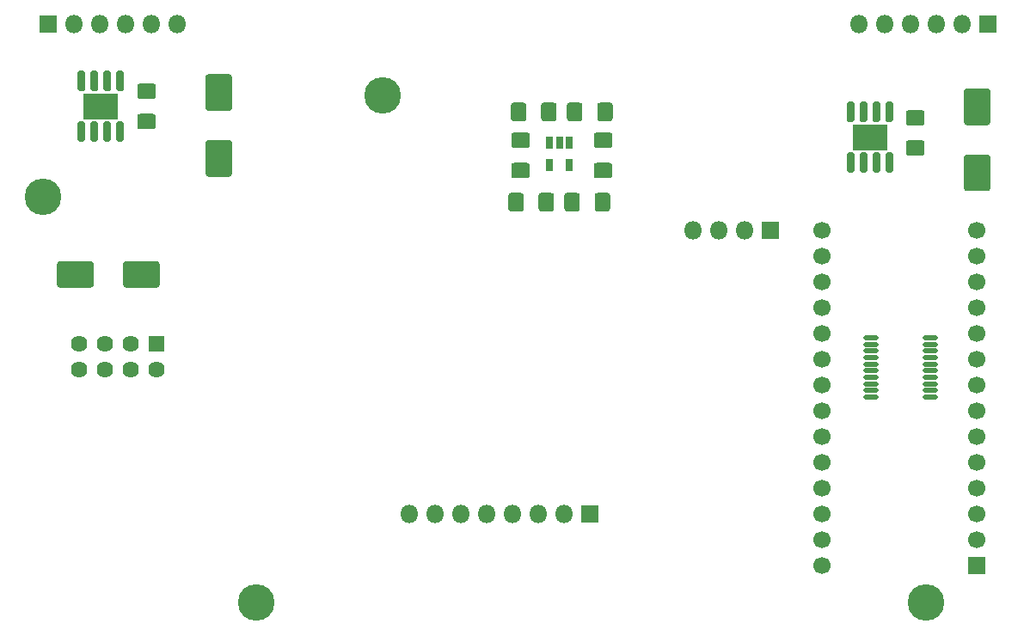
<source format=gbr>
%TF.GenerationSoftware,KiCad,Pcbnew,(5.1.6)-1*%
%TF.CreationDate,2021-03-05T09:23:02-07:00*%
%TF.ProjectId,Main Control Board,4d61696e-2043-46f6-9e74-726f6c20426f,rev?*%
%TF.SameCoordinates,Original*%
%TF.FileFunction,Soldermask,Top*%
%TF.FilePolarity,Negative*%
%FSLAX46Y46*%
G04 Gerber Fmt 4.6, Leading zero omitted, Abs format (unit mm)*
G04 Created by KiCad (PCBNEW (5.1.6)-1) date 2021-03-05 09:23:02*
%MOMM*%
%LPD*%
G01*
G04 APERTURE LIST*
%ADD10C,3.600000*%
%ADD11R,3.400000X2.510000*%
%ADD12C,1.624000*%
%ADD13R,1.624000X1.624000*%
%ADD14C,1.700000*%
%ADD15R,1.700000X1.700000*%
%ADD16R,0.750000X1.160000*%
%ADD17O,1.500000X0.549999*%
%ADD18O,1.800000X1.800000*%
%ADD19R,1.800000X1.800000*%
G04 APERTURE END LIST*
D10*
%TO.C,REF\u002A\u002A*%
X210032395Y-71804395D03*
%TD*%
%TO.C,REF\u002A\u002A*%
X263532395Y-121804395D03*
%TD*%
%TO.C,REF\u002A\u002A*%
X197532395Y-121804395D03*
%TD*%
%TO.C,REF\u002A\u002A*%
X176532395Y-81804395D03*
%TD*%
D11*
%TO.C,U3*%
X182245000Y-72904395D03*
G36*
G01*
X180515000Y-71454395D02*
X180165000Y-71454395D01*
G75*
G02*
X179990000Y-71279395I0J175000D01*
G01*
X179990000Y-69579395D01*
G75*
G02*
X180165000Y-69404395I175000J0D01*
G01*
X180515000Y-69404395D01*
G75*
G02*
X180690000Y-69579395I0J-175000D01*
G01*
X180690000Y-71279395D01*
G75*
G02*
X180515000Y-71454395I-175000J0D01*
G01*
G37*
G36*
G01*
X181785000Y-71454395D02*
X181435000Y-71454395D01*
G75*
G02*
X181260000Y-71279395I0J175000D01*
G01*
X181260000Y-69579395D01*
G75*
G02*
X181435000Y-69404395I175000J0D01*
G01*
X181785000Y-69404395D01*
G75*
G02*
X181960000Y-69579395I0J-175000D01*
G01*
X181960000Y-71279395D01*
G75*
G02*
X181785000Y-71454395I-175000J0D01*
G01*
G37*
G36*
G01*
X183055000Y-71454395D02*
X182705000Y-71454395D01*
G75*
G02*
X182530000Y-71279395I0J175000D01*
G01*
X182530000Y-69579395D01*
G75*
G02*
X182705000Y-69404395I175000J0D01*
G01*
X183055000Y-69404395D01*
G75*
G02*
X183230000Y-69579395I0J-175000D01*
G01*
X183230000Y-71279395D01*
G75*
G02*
X183055000Y-71454395I-175000J0D01*
G01*
G37*
G36*
G01*
X184325000Y-71454395D02*
X183975000Y-71454395D01*
G75*
G02*
X183800000Y-71279395I0J175000D01*
G01*
X183800000Y-69579395D01*
G75*
G02*
X183975000Y-69404395I175000J0D01*
G01*
X184325000Y-69404395D01*
G75*
G02*
X184500000Y-69579395I0J-175000D01*
G01*
X184500000Y-71279395D01*
G75*
G02*
X184325000Y-71454395I-175000J0D01*
G01*
G37*
G36*
G01*
X184325000Y-76404395D02*
X183975000Y-76404395D01*
G75*
G02*
X183800000Y-76229395I0J175000D01*
G01*
X183800000Y-74529395D01*
G75*
G02*
X183975000Y-74354395I175000J0D01*
G01*
X184325000Y-74354395D01*
G75*
G02*
X184500000Y-74529395I0J-175000D01*
G01*
X184500000Y-76229395D01*
G75*
G02*
X184325000Y-76404395I-175000J0D01*
G01*
G37*
G36*
G01*
X183055000Y-76404395D02*
X182705000Y-76404395D01*
G75*
G02*
X182530000Y-76229395I0J175000D01*
G01*
X182530000Y-74529395D01*
G75*
G02*
X182705000Y-74354395I175000J0D01*
G01*
X183055000Y-74354395D01*
G75*
G02*
X183230000Y-74529395I0J-175000D01*
G01*
X183230000Y-76229395D01*
G75*
G02*
X183055000Y-76404395I-175000J0D01*
G01*
G37*
G36*
G01*
X181785000Y-76404395D02*
X181435000Y-76404395D01*
G75*
G02*
X181260000Y-76229395I0J175000D01*
G01*
X181260000Y-74529395D01*
G75*
G02*
X181435000Y-74354395I175000J0D01*
G01*
X181785000Y-74354395D01*
G75*
G02*
X181960000Y-74529395I0J-175000D01*
G01*
X181960000Y-76229395D01*
G75*
G02*
X181785000Y-76404395I-175000J0D01*
G01*
G37*
G36*
G01*
X180515000Y-76404395D02*
X180165000Y-76404395D01*
G75*
G02*
X179990000Y-76229395I0J175000D01*
G01*
X179990000Y-74529395D01*
G75*
G02*
X180165000Y-74354395I175000J0D01*
G01*
X180515000Y-74354395D01*
G75*
G02*
X180690000Y-74529395I0J-175000D01*
G01*
X180690000Y-76229395D01*
G75*
G02*
X180515000Y-76404395I-175000J0D01*
G01*
G37*
%TD*%
D12*
%TO.C,U5*%
X180160395Y-98880395D03*
X180160395Y-96340395D03*
X182700395Y-98880395D03*
X182700395Y-96340395D03*
X185240395Y-98880395D03*
X185240395Y-96340395D03*
X187780395Y-98880395D03*
D13*
X187780395Y-96340395D03*
%TD*%
D14*
%TO.C,U1*%
X253312395Y-85164395D03*
X268552395Y-85164395D03*
X253312395Y-87704395D03*
X253312395Y-90244395D03*
X253312395Y-92784395D03*
X253312395Y-95324395D03*
X253312395Y-97864395D03*
X253312395Y-100404395D03*
X253312395Y-102944395D03*
X253312395Y-105484395D03*
X253312395Y-108024395D03*
X253312395Y-110564395D03*
X253312395Y-113104395D03*
X253312395Y-115644395D03*
X253312395Y-118184395D03*
X268552395Y-87704395D03*
X268552395Y-90244395D03*
X268552395Y-92784395D03*
X268552395Y-95324395D03*
X268552395Y-97864395D03*
X268552395Y-100404395D03*
X268552395Y-102944395D03*
X268552395Y-105484395D03*
X268552395Y-108024395D03*
X268552395Y-110564395D03*
X268552395Y-113104395D03*
X268552395Y-115644395D03*
D15*
X268552395Y-118184395D03*
%TD*%
%TO.C,C5*%
G36*
G01*
X181556395Y-88442395D02*
X181556395Y-90522395D01*
G75*
G02*
X181296395Y-90782395I-260000J0D01*
G01*
X178216395Y-90782395D01*
G75*
G02*
X177956395Y-90522395I0J260000D01*
G01*
X177956395Y-88442395D01*
G75*
G02*
X178216395Y-88182395I260000J0D01*
G01*
X181296395Y-88182395D01*
G75*
G02*
X181556395Y-88442395I0J-260000D01*
G01*
G37*
G36*
G01*
X188056395Y-88442395D02*
X188056395Y-90522395D01*
G75*
G02*
X187796395Y-90782395I-260000J0D01*
G01*
X184716395Y-90782395D01*
G75*
G02*
X184456395Y-90522395I0J260000D01*
G01*
X184456395Y-88442395D01*
G75*
G02*
X184716395Y-88182395I260000J0D01*
G01*
X187796395Y-88182395D01*
G75*
G02*
X188056395Y-88442395I0J-260000D01*
G01*
G37*
%TD*%
D16*
%TO.C,U6*%
X228367095Y-78664895D03*
X226467095Y-78664895D03*
X226467095Y-76464895D03*
X227417095Y-76464895D03*
X228367095Y-76464895D03*
%TD*%
D17*
%TO.C,U4*%
X258080394Y-101562396D03*
X258080394Y-100912395D03*
X258080394Y-100262396D03*
X258080394Y-99612395D03*
X258080394Y-98962396D03*
X258080394Y-98312395D03*
X258080394Y-97662396D03*
X258080394Y-97012395D03*
X258080394Y-96362396D03*
X258080394Y-95712395D03*
X263980395Y-95712395D03*
X263980395Y-96362396D03*
X263980395Y-97012395D03*
X263980395Y-97662396D03*
X263980395Y-98312395D03*
X263980395Y-98962396D03*
X263980395Y-99612395D03*
X263980395Y-100262396D03*
X263980395Y-100912395D03*
X263980395Y-101562396D03*
%TD*%
D11*
%TO.C,U2*%
X258011395Y-75955395D03*
G36*
G01*
X256281395Y-74505395D02*
X255931395Y-74505395D01*
G75*
G02*
X255756395Y-74330395I0J175000D01*
G01*
X255756395Y-72630395D01*
G75*
G02*
X255931395Y-72455395I175000J0D01*
G01*
X256281395Y-72455395D01*
G75*
G02*
X256456395Y-72630395I0J-175000D01*
G01*
X256456395Y-74330395D01*
G75*
G02*
X256281395Y-74505395I-175000J0D01*
G01*
G37*
G36*
G01*
X257551395Y-74505395D02*
X257201395Y-74505395D01*
G75*
G02*
X257026395Y-74330395I0J175000D01*
G01*
X257026395Y-72630395D01*
G75*
G02*
X257201395Y-72455395I175000J0D01*
G01*
X257551395Y-72455395D01*
G75*
G02*
X257726395Y-72630395I0J-175000D01*
G01*
X257726395Y-74330395D01*
G75*
G02*
X257551395Y-74505395I-175000J0D01*
G01*
G37*
G36*
G01*
X258821395Y-74505395D02*
X258471395Y-74505395D01*
G75*
G02*
X258296395Y-74330395I0J175000D01*
G01*
X258296395Y-72630395D01*
G75*
G02*
X258471395Y-72455395I175000J0D01*
G01*
X258821395Y-72455395D01*
G75*
G02*
X258996395Y-72630395I0J-175000D01*
G01*
X258996395Y-74330395D01*
G75*
G02*
X258821395Y-74505395I-175000J0D01*
G01*
G37*
G36*
G01*
X260091395Y-74505395D02*
X259741395Y-74505395D01*
G75*
G02*
X259566395Y-74330395I0J175000D01*
G01*
X259566395Y-72630395D01*
G75*
G02*
X259741395Y-72455395I175000J0D01*
G01*
X260091395Y-72455395D01*
G75*
G02*
X260266395Y-72630395I0J-175000D01*
G01*
X260266395Y-74330395D01*
G75*
G02*
X260091395Y-74505395I-175000J0D01*
G01*
G37*
G36*
G01*
X260091395Y-79455395D02*
X259741395Y-79455395D01*
G75*
G02*
X259566395Y-79280395I0J175000D01*
G01*
X259566395Y-77580395D01*
G75*
G02*
X259741395Y-77405395I175000J0D01*
G01*
X260091395Y-77405395D01*
G75*
G02*
X260266395Y-77580395I0J-175000D01*
G01*
X260266395Y-79280395D01*
G75*
G02*
X260091395Y-79455395I-175000J0D01*
G01*
G37*
G36*
G01*
X258821395Y-79455395D02*
X258471395Y-79455395D01*
G75*
G02*
X258296395Y-79280395I0J175000D01*
G01*
X258296395Y-77580395D01*
G75*
G02*
X258471395Y-77405395I175000J0D01*
G01*
X258821395Y-77405395D01*
G75*
G02*
X258996395Y-77580395I0J-175000D01*
G01*
X258996395Y-79280395D01*
G75*
G02*
X258821395Y-79455395I-175000J0D01*
G01*
G37*
G36*
G01*
X257551395Y-79455395D02*
X257201395Y-79455395D01*
G75*
G02*
X257026395Y-79280395I0J175000D01*
G01*
X257026395Y-77580395D01*
G75*
G02*
X257201395Y-77405395I175000J0D01*
G01*
X257551395Y-77405395D01*
G75*
G02*
X257726395Y-77580395I0J-175000D01*
G01*
X257726395Y-79280395D01*
G75*
G02*
X257551395Y-79455395I-175000J0D01*
G01*
G37*
G36*
G01*
X256281395Y-79455395D02*
X255931395Y-79455395D01*
G75*
G02*
X255756395Y-79280395I0J175000D01*
G01*
X255756395Y-77580395D01*
G75*
G02*
X255931395Y-77405395I175000J0D01*
G01*
X256281395Y-77405395D01*
G75*
G02*
X256456395Y-77580395I0J-175000D01*
G01*
X256456395Y-79280395D01*
G75*
G02*
X256281395Y-79455395I-175000J0D01*
G01*
G37*
%TD*%
%TO.C,R2*%
G36*
G01*
X229436895Y-81712939D02*
X229436895Y-83027851D01*
G75*
G02*
X229169351Y-83295395I-267544J0D01*
G01*
X228179439Y-83295395D01*
G75*
G02*
X227911895Y-83027851I0J267544D01*
G01*
X227911895Y-81712939D01*
G75*
G02*
X228179439Y-81445395I267544J0D01*
G01*
X229169351Y-81445395D01*
G75*
G02*
X229436895Y-81712939I0J-267544D01*
G01*
G37*
G36*
G01*
X232411895Y-81712939D02*
X232411895Y-83027851D01*
G75*
G02*
X232144351Y-83295395I-267544J0D01*
G01*
X231154439Y-83295395D01*
G75*
G02*
X230886895Y-83027851I0J267544D01*
G01*
X230886895Y-81712939D01*
G75*
G02*
X231154439Y-81445395I267544J0D01*
G01*
X232144351Y-81445395D01*
G75*
G02*
X232411895Y-81712939I0J-267544D01*
G01*
G37*
%TD*%
%TO.C,R1*%
G36*
G01*
X225625895Y-74137851D02*
X225625895Y-72822939D01*
G75*
G02*
X225893439Y-72555395I267544J0D01*
G01*
X226883351Y-72555395D01*
G75*
G02*
X227150895Y-72822939I0J-267544D01*
G01*
X227150895Y-74137851D01*
G75*
G02*
X226883351Y-74405395I-267544J0D01*
G01*
X225893439Y-74405395D01*
G75*
G02*
X225625895Y-74137851I0J267544D01*
G01*
G37*
G36*
G01*
X222650895Y-74137851D02*
X222650895Y-72822939D01*
G75*
G02*
X222918439Y-72555395I267544J0D01*
G01*
X223908351Y-72555395D01*
G75*
G02*
X224175895Y-72822939I0J-267544D01*
G01*
X224175895Y-74137851D01*
G75*
G02*
X223908351Y-74405395I-267544J0D01*
G01*
X222918439Y-74405395D01*
G75*
G02*
X222650895Y-74137851I0J267544D01*
G01*
G37*
%TD*%
D18*
%TO.C,J5*%
X240612395Y-85164395D03*
X243152395Y-85164395D03*
X245692395Y-85164395D03*
D19*
X248232395Y-85164395D03*
%TD*%
D18*
%TO.C,J3*%
X189732395Y-64804395D03*
X187192395Y-64804395D03*
X184652395Y-64804395D03*
X182112395Y-64804395D03*
X179572395Y-64804395D03*
D19*
X177032395Y-64804395D03*
%TD*%
D18*
%TO.C,J2*%
X212672395Y-113104395D03*
X215212395Y-113104395D03*
X217752395Y-113104395D03*
X220292395Y-113104395D03*
X222832395Y-113104395D03*
X225372395Y-113104395D03*
X227912395Y-113104395D03*
D19*
X230452395Y-113104395D03*
%TD*%
D18*
%TO.C,J1*%
X256872395Y-64804395D03*
X259412395Y-64804395D03*
X261952395Y-64804395D03*
X264492395Y-64804395D03*
X267032395Y-64804395D03*
D19*
X269572395Y-64804395D03*
%TD*%
%TO.C,D2*%
G36*
G01*
X225371895Y-83027851D02*
X225371895Y-81712939D01*
G75*
G02*
X225639439Y-81445395I267544J0D01*
G01*
X226629351Y-81445395D01*
G75*
G02*
X226896895Y-81712939I0J-267544D01*
G01*
X226896895Y-83027851D01*
G75*
G02*
X226629351Y-83295395I-267544J0D01*
G01*
X225639439Y-83295395D01*
G75*
G02*
X225371895Y-83027851I0J267544D01*
G01*
G37*
G36*
G01*
X222396895Y-83027851D02*
X222396895Y-81712939D01*
G75*
G02*
X222664439Y-81445395I267544J0D01*
G01*
X223654351Y-81445395D01*
G75*
G02*
X223921895Y-81712939I0J-267544D01*
G01*
X223921895Y-83027851D01*
G75*
G02*
X223654351Y-83295395I-267544J0D01*
G01*
X222664439Y-83295395D01*
G75*
G02*
X222396895Y-83027851I0J267544D01*
G01*
G37*
%TD*%
%TO.C,D1*%
G36*
G01*
X229690895Y-72822939D02*
X229690895Y-74137851D01*
G75*
G02*
X229423351Y-74405395I-267544J0D01*
G01*
X228433439Y-74405395D01*
G75*
G02*
X228165895Y-74137851I0J267544D01*
G01*
X228165895Y-72822939D01*
G75*
G02*
X228433439Y-72555395I267544J0D01*
G01*
X229423351Y-72555395D01*
G75*
G02*
X229690895Y-72822939I0J-267544D01*
G01*
G37*
G36*
G01*
X232665895Y-72822939D02*
X232665895Y-74137851D01*
G75*
G02*
X232398351Y-74405395I-267544J0D01*
G01*
X231408439Y-74405395D01*
G75*
G02*
X231140895Y-74137851I0J267544D01*
G01*
X231140895Y-72822939D01*
G75*
G02*
X231408439Y-72555395I267544J0D01*
G01*
X232398351Y-72555395D01*
G75*
G02*
X232665895Y-72822939I0J-267544D01*
G01*
G37*
%TD*%
%TO.C,C7*%
G36*
G01*
X232379851Y-77036895D02*
X231064939Y-77036895D01*
G75*
G02*
X230797395Y-76769351I0J267544D01*
G01*
X230797395Y-75779439D01*
G75*
G02*
X231064939Y-75511895I267544J0D01*
G01*
X232379851Y-75511895D01*
G75*
G02*
X232647395Y-75779439I0J-267544D01*
G01*
X232647395Y-76769351D01*
G75*
G02*
X232379851Y-77036895I-267544J0D01*
G01*
G37*
G36*
G01*
X232379851Y-80011895D02*
X231064939Y-80011895D01*
G75*
G02*
X230797395Y-79744351I0J267544D01*
G01*
X230797395Y-78754439D01*
G75*
G02*
X231064939Y-78486895I267544J0D01*
G01*
X232379851Y-78486895D01*
G75*
G02*
X232647395Y-78754439I0J-267544D01*
G01*
X232647395Y-79744351D01*
G75*
G02*
X232379851Y-80011895I-267544J0D01*
G01*
G37*
%TD*%
%TO.C,C6*%
G36*
G01*
X222936939Y-78486895D02*
X224251851Y-78486895D01*
G75*
G02*
X224519395Y-78754439I0J-267544D01*
G01*
X224519395Y-79744351D01*
G75*
G02*
X224251851Y-80011895I-267544J0D01*
G01*
X222936939Y-80011895D01*
G75*
G02*
X222669395Y-79744351I0J267544D01*
G01*
X222669395Y-78754439D01*
G75*
G02*
X222936939Y-78486895I267544J0D01*
G01*
G37*
G36*
G01*
X222936939Y-75511895D02*
X224251851Y-75511895D01*
G75*
G02*
X224519395Y-75779439I0J-267544D01*
G01*
X224519395Y-76769351D01*
G75*
G02*
X224251851Y-77036895I-267544J0D01*
G01*
X222936939Y-77036895D01*
G75*
G02*
X222669395Y-76769351I0J267544D01*
G01*
X222669395Y-75779439D01*
G75*
G02*
X222936939Y-75511895I267544J0D01*
G01*
G37*
%TD*%
%TO.C,C4*%
G36*
G01*
X192836395Y-76252395D02*
X194916395Y-76252395D01*
G75*
G02*
X195176395Y-76512395I0J-260000D01*
G01*
X195176395Y-79592395D01*
G75*
G02*
X194916395Y-79852395I-260000J0D01*
G01*
X192836395Y-79852395D01*
G75*
G02*
X192576395Y-79592395I0J260000D01*
G01*
X192576395Y-76512395D01*
G75*
G02*
X192836395Y-76252395I260000J0D01*
G01*
G37*
G36*
G01*
X192836395Y-69752395D02*
X194916395Y-69752395D01*
G75*
G02*
X195176395Y-70012395I0J-260000D01*
G01*
X195176395Y-73092395D01*
G75*
G02*
X194916395Y-73352395I-260000J0D01*
G01*
X192836395Y-73352395D01*
G75*
G02*
X192576395Y-73092395I0J260000D01*
G01*
X192576395Y-70012395D01*
G75*
G02*
X192836395Y-69752395I260000J0D01*
G01*
G37*
%TD*%
%TO.C,C3*%
G36*
G01*
X186106939Y-73660895D02*
X187421851Y-73660895D01*
G75*
G02*
X187689395Y-73928439I0J-267544D01*
G01*
X187689395Y-74918351D01*
G75*
G02*
X187421851Y-75185895I-267544J0D01*
G01*
X186106939Y-75185895D01*
G75*
G02*
X185839395Y-74918351I0J267544D01*
G01*
X185839395Y-73928439D01*
G75*
G02*
X186106939Y-73660895I267544J0D01*
G01*
G37*
G36*
G01*
X186106939Y-70685895D02*
X187421851Y-70685895D01*
G75*
G02*
X187689395Y-70953439I0J-267544D01*
G01*
X187689395Y-71943351D01*
G75*
G02*
X187421851Y-72210895I-267544J0D01*
G01*
X186106939Y-72210895D01*
G75*
G02*
X185839395Y-71943351I0J267544D01*
G01*
X185839395Y-70953439D01*
G75*
G02*
X186106939Y-70685895I267544J0D01*
G01*
G37*
%TD*%
%TO.C,C2*%
G36*
G01*
X267512395Y-77672395D02*
X269592395Y-77672395D01*
G75*
G02*
X269852395Y-77932395I0J-260000D01*
G01*
X269852395Y-81012395D01*
G75*
G02*
X269592395Y-81272395I-260000J0D01*
G01*
X267512395Y-81272395D01*
G75*
G02*
X267252395Y-81012395I0J260000D01*
G01*
X267252395Y-77932395D01*
G75*
G02*
X267512395Y-77672395I260000J0D01*
G01*
G37*
G36*
G01*
X267512395Y-71172395D02*
X269592395Y-71172395D01*
G75*
G02*
X269852395Y-71432395I0J-260000D01*
G01*
X269852395Y-74512395D01*
G75*
G02*
X269592395Y-74772395I-260000J0D01*
G01*
X267512395Y-74772395D01*
G75*
G02*
X267252395Y-74512395I0J260000D01*
G01*
X267252395Y-71432395D01*
G75*
G02*
X267512395Y-71172395I260000J0D01*
G01*
G37*
%TD*%
%TO.C,C1*%
G36*
G01*
X261798939Y-76273895D02*
X263113851Y-76273895D01*
G75*
G02*
X263381395Y-76541439I0J-267544D01*
G01*
X263381395Y-77531351D01*
G75*
G02*
X263113851Y-77798895I-267544J0D01*
G01*
X261798939Y-77798895D01*
G75*
G02*
X261531395Y-77531351I0J267544D01*
G01*
X261531395Y-76541439D01*
G75*
G02*
X261798939Y-76273895I267544J0D01*
G01*
G37*
G36*
G01*
X261798939Y-73298895D02*
X263113851Y-73298895D01*
G75*
G02*
X263381395Y-73566439I0J-267544D01*
G01*
X263381395Y-74556351D01*
G75*
G02*
X263113851Y-74823895I-267544J0D01*
G01*
X261798939Y-74823895D01*
G75*
G02*
X261531395Y-74556351I0J267544D01*
G01*
X261531395Y-73566439D01*
G75*
G02*
X261798939Y-73298895I267544J0D01*
G01*
G37*
%TD*%
M02*

</source>
